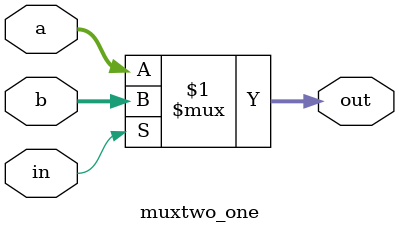
<source format=v>
`timescale 1ns / 1ps
module muxtwo_one #(parameter size = 31 )(
input in,
input[size:0] a, b,
output[size:0] out
    );

assign out = in ? b: a; 

endmodule

</source>
